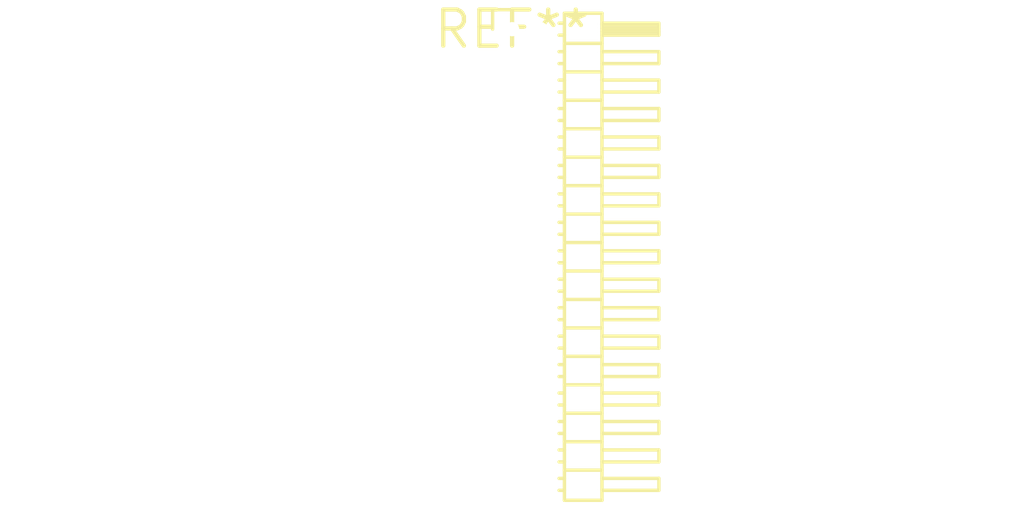
<source format=kicad_pcb>
(kicad_pcb (version 20240108) (generator pcbnew)
  (layers (0 "F.Cu" signal) (31 "B.Cu" signal) (34 "B.Paste" user) (35 "F.Paste" user) (36 "B.SilkS" user "B.Silkscreen") (37 "F.SilkS" user "F.Silkscreen") (38 "B.Mask" user) (39 "F.Mask" user) (44 "Edge.Cuts" user))
  (net 0 "")
  (footprint "PinHeader_2x17_P1.00mm_Horizontal" (layer "F.Cu") (at 0 0)
    (property "Reference" "REF**")
    (property "Value" "PinHeader_2x17_P1.00mm_Horizontal")
    (fp_line (start -0.685 -0.685) (end 0 -0.685) (layer "F.SilkS") (stroke (width 0.12)))
    (fp_line (start -0.685 0) (end -0.685 -0.685) (layer "F.SilkS") (stroke (width 0.12)))
    (fp_line (start 1.652016 -0.21) (end 1.84 -0.21) (layer "F.SilkS") (stroke (width 0.12)))
    (fp_line (start 1.652016 0.21) (end 1.84 0.21) (layer "F.SilkS") (stroke (width 0.12)))
    (fp_line (start 1.652016 0.79) (end 1.84 0.79) (layer "F.SilkS") (stroke (width 0.12)))
    (fp_line (start 1.652016 1.21) (end 1.84 1.21) (layer "F.SilkS") (stroke (width 0.12)))
    (fp_line (start 1.652016 1.79) (end 1.84 1.79) (layer "F.SilkS") (stroke (width 0.12)))
    (fp_line (start 1.652016 2.21) (end 1.84 2.21) (layer "F.SilkS") (stroke (width 0.12)))
    (fp_line (start 1.652016 2.79) (end 1.84 2.79) (layer "F.SilkS") (stroke (width 0.12)))
    (fp_line (start 1.652016 3.21) (end 1.84 3.21) (layer "F.SilkS") (stroke (width 0.12)))
    (fp_line (start 1.652016 3.79) (end 1.84 3.79) (layer "F.SilkS") (stroke (width 0.12)))
    (fp_line (start 1.652016 4.21) (end 1.84 4.21) (layer "F.SilkS") (stroke (width 0.12)))
    (fp_line (start 1.652016 4.79) (end 1.84 4.79) (layer "F.SilkS") (stroke (width 0.12)))
    (fp_line (start 1.652016 5.21) (end 1.84 5.21) (layer "F.SilkS") (stroke (width 0.12)))
    (fp_line (start 1.652016 5.79) (end 1.84 5.79) (layer "F.SilkS") (stroke (width 0.12)))
    (fp_line (start 1.652016 6.21) (end 1.84 6.21) (layer "F.SilkS") (stroke (width 0.12)))
    (fp_line (start 1.652016 6.79) (end 1.84 6.79) (layer "F.SilkS") (stroke (width 0.12)))
    (fp_line (start 1.652016 7.21) (end 1.84 7.21) (layer "F.SilkS") (stroke (width 0.12)))
    (fp_line (start 1.652016 7.79) (end 1.84 7.79) (layer "F.SilkS") (stroke (width 0.12)))
    (fp_line (start 1.652016 8.21) (end 1.84 8.21) (layer "F.SilkS") (stroke (width 0.12)))
    (fp_line (start 1.652016 8.79) (end 1.84 8.79) (layer "F.SilkS") (stroke (width 0.12)))
    (fp_line (start 1.652016 9.21) (end 1.84 9.21) (layer "F.SilkS") (stroke (width 0.12)))
    (fp_line (start 1.652016 9.79) (end 1.84 9.79) (layer "F.SilkS") (stroke (width 0.12)))
    (fp_line (start 1.652016 10.21) (end 1.84 10.21) (layer "F.SilkS") (stroke (width 0.12)))
    (fp_line (start 1.652016 10.79) (end 1.84 10.79) (layer "F.SilkS") (stroke (width 0.12)))
    (fp_line (start 1.652016 11.21) (end 1.84 11.21) (layer "F.SilkS") (stroke (width 0.12)))
    (fp_line (start 1.652016 11.79) (end 1.84 11.79) (layer "F.SilkS") (stroke (width 0.12)))
    (fp_line (start 1.652016 12.21) (end 1.84 12.21) (layer "F.SilkS") (stroke (width 0.12)))
    (fp_line (start 1.652016 12.79) (end 1.84 12.79) (layer "F.SilkS") (stroke (width 0.12)))
    (fp_line (start 1.652016 13.21) (end 1.84 13.21) (layer "F.SilkS") (stroke (width 0.12)))
    (fp_line (start 1.652016 13.79) (end 1.84 13.79) (layer "F.SilkS") (stroke (width 0.12)))
    (fp_line (start 1.652016 14.21) (end 1.84 14.21) (layer "F.SilkS") (stroke (width 0.12)))
    (fp_line (start 1.652016 14.79) (end 1.84 14.79) (layer "F.SilkS") (stroke (width 0.12)))
    (fp_line (start 1.652016 15.21) (end 1.84 15.21) (layer "F.SilkS") (stroke (width 0.12)))
    (fp_line (start 1.652016 15.79) (end 1.84 15.79) (layer "F.SilkS") (stroke (width 0.12)))
    (fp_line (start 1.652016 16.21) (end 1.84 16.21) (layer "F.SilkS") (stroke (width 0.12)))
    (fp_line (start 1.84 -0.56) (end 1.84 16.56) (layer "F.SilkS") (stroke (width 0.12)))
    (fp_line (start 1.84 0.5) (end 3.16 0.5) (layer "F.SilkS") (stroke (width 0.12)))
    (fp_line (start 1.84 1.5) (end 3.16 1.5) (layer "F.SilkS") (stroke (width 0.12)))
    (fp_line (start 1.84 2.5) (end 3.16 2.5) (layer "F.SilkS") (stroke (width 0.12)))
    (fp_line (start 1.84 3.5) (end 3.16 3.5) (layer "F.SilkS") (stroke (width 0.12)))
    (fp_line (start 1.84 4.5) (end 3.16 4.5) (layer "F.SilkS") (stroke (width 0.12)))
    (fp_line (start 1.84 5.5) (end 3.16 5.5) (layer "F.SilkS") (stroke (width 0.12)))
    (fp_line (start 1.84 6.5) (end 3.16 6.5) (layer "F.SilkS") (stroke (width 0.12)))
    (fp_line (start 1.84 7.5) (end 3.16 7.5) (layer "F.SilkS") (stroke (width 0.12)))
    (fp_line (start 1.84 8.5) (end 3.16 8.5) (layer "F.SilkS") (stroke (width 0.12)))
    (fp_line (start 1.84 9.5) (end 3.16 9.5) (layer "F.SilkS") (stroke (width 0.12)))
    (fp_line (start 1.84 10.5) (end 3.16 10.5) (layer "F.SilkS") (stroke (width 0.12)))
    (fp_line (start 1.84 11.5) (end 3.16 11.5) (layer "F.SilkS") (stroke (width 0.12)))
    (fp_line (start 1.84 12.5) (end 3.16 12.5) (layer "F.SilkS") (stroke (width 0.12)))
    (fp_line (start 1.84 13.5) (end 3.16 13.5) (layer "F.SilkS") (stroke (width 0.12)))
    (fp_line (start 1.84 14.5) (end 3.16 14.5) (layer "F.SilkS") (stroke (width 0.12)))
    (fp_line (start 1.84 15.5) (end 3.16 15.5) (layer "F.SilkS") (stroke (width 0.12)))
    (fp_line (start 1.84 16.56) (end 3.16 16.56) (layer "F.SilkS") (stroke (width 0.12)))
    (fp_line (start 3.16 -0.56) (end 1.84 -0.56) (layer "F.SilkS") (stroke (width 0.12)))
    (fp_line (start 3.16 -0.21) (end 5.16 -0.21) (layer "F.SilkS") (stroke (width 0.12)))
    (fp_line (start 3.16 -0.15) (end 5.16 -0.15) (layer "F.SilkS") (stroke (width 0.12)))
    (fp_line (start 3.16 -0.03) (end 5.16 -0.03) (layer "F.SilkS") (stroke (width 0.12)))
    (fp_line (start 3.16 0.09) (end 5.16 0.09) (layer "F.SilkS") (stroke (width 0.12)))
    (fp_line (start 3.16 0.79) (end 5.16 0.79) (layer "F.SilkS") (stroke (width 0.12)))
    (fp_line (start 3.16 1.79) (end 5.16 1.79) (layer "F.SilkS") (stroke (width 0.12)))
    (fp_line (start 3.16 2.79) (end 5.16 2.79) (layer "F.SilkS") (stroke (width 0.12)))
    (fp_line (start 3.16 3.79) (end 5.16 3.79) (layer "F.SilkS") (stroke (width 0.12)))
    (fp_line (start 3.16 4.79) (end 5.16 4.79) (layer "F.SilkS") (stroke (width 0.12)))
    (fp_line (start 3.16 5.79) (end 5.16 5.79) (layer "F.SilkS") (stroke (width 0.12)))
    (fp_line (start 3.16 6.79) (end 5.16 6.79) (layer "F.SilkS") (stroke (width 0.12)))
    (fp_line (start 3.16 7.79) (end 5.16 7.79) (layer "F.SilkS") (stroke (width 0.12)))
    (fp_line (start 3.16 8.79) (end 5.16 8.79) (layer "F.SilkS") (stroke (width 0.12)))
    (fp_line (start 3.16 9.79) (end 5.16 9.79) (layer "F.SilkS") (stroke (width 0.12)))
    (fp_line (start 3.16 10.79) (end 5.16 10.79) (layer "F.SilkS") (stroke (width 0.12)))
    (fp_line (start 3.16 11.79) (end 5.16 11.79) (layer "F.SilkS") (stroke (width 0.12)))
    (fp_line (start 3.16 12.79) (end 5.16 12.79) (layer "F.SilkS") (stroke (width 0.12)))
    (fp_line (start 3.16 13.79) (end 5.16 13.79) (layer "F.SilkS") (stroke (width 0.12)))
    (fp_line (start 3.16 14.79) (end 5.16 14.79) (layer "F.SilkS") (stroke (width 0.12)))
    (fp_line (start 3.16 15.79) (end 5.16 15.79) (layer "F.SilkS") (stroke (width 0.12)))
    (fp_line (start 3.16 16.56) (end 3.16 -0.56) (layer "F.SilkS") (stroke (width 0.12)))
    (fp_line (start 5.16 -0.21) (end 5.16 0.21) (layer "F.SilkS") (stroke (width 0.12)))
    (fp_line (start 5.16 0.21) (end 3.16 0.21) (layer "F.SilkS") (stroke (width 0.12)))
    (fp_line (start 5.16 0.79) (end 5.16 1.21) (layer "F.SilkS") (stroke (width 0.12)))
    (fp_line (start 5.16 1.21) (end 3.16 1.21) (layer "F.SilkS") (stroke (width 0.12)))
    (fp_line (start 5.16 1.79) (end 5.16 2.21) (layer "F.SilkS") (stroke (width 0.12)))
    (fp_line (start 5.16 2.21) (end 3.16 2.21) (layer "F.SilkS") (stroke (width 0.12)))
    (fp_line (start 5.16 2.79) (end 5.16 3.21) (layer "F.SilkS") (stroke (width 0.12)))
    (fp_line (start 5.16 3.21) (end 3.16 3.21) (layer "F.SilkS") (stroke (width 0.12)))
    (fp_line (start 5.16 3.79) (end 5.16 4.21) (layer "F.SilkS") (stroke (width 0.12)))
    (fp_line (start 5.16 4.21) (end 3.16 4.21) (layer "F.SilkS") (stroke (width 0.12)))
    (fp_line (start 5.16 4.79) (end 5.16 5.21) (layer "F.SilkS") (stroke (width 0.12)))
    (fp_line (start 5.16 5.21) (end 3.16 5.21) (layer "F.SilkS") (stroke (width 0.12)))
    (fp_line (start 5.16 5.79) (end 5.16 6.21) (layer "F.SilkS") (stroke (width 0.12)))
    (fp_line (start 5.16 6.21) (end 3.16 6.21) (layer "F.SilkS") (stroke (width 0.12)))
    (fp_line (start 5.16 6.79) (end 5.16 7.21) (layer "F.SilkS") (stroke (width 0.12)))
    (fp_line (start 5.16 7.21) (end 3.16 7.21) (layer "F.SilkS") (stroke (width 0.12)))
    (fp_line (start 5.16 7.79) (end 5.16 8.21) (layer "F.SilkS") (stroke (width 0.12)))
    (fp_line (start 5.16 8.21) (end 3.16 8.21) (layer "F.SilkS") (stroke (width 0.12)))
    (fp_line (start 5.16 8.79) (end 5.16 9.21) (layer "F.SilkS") (stroke (width 0.12)))
    (fp_line (start 5.16 9.21) (end 3.16 9.21) (layer "F.SilkS") (stroke (width 0.12)))
    (fp_line (start 5.16 9.79) (end 5.16 10.21) (layer "F.SilkS") (stroke (width 0.12)))
    (fp_line (start 5.16 10.21) (end 3.16 10.21) (layer "F.SilkS") (stroke (width 0.12)))
    (fp_line (start 5.16 10.79) (end 5.16 11.21) (layer "F.SilkS") (stroke (width 0.12)))
    (fp_line (start 5.16 11.21) (end 3.16 11.21) (layer "F.SilkS") (stroke (width 0.12)))
    (fp_line (start 5.16 11.79) (end 5.16 12.21) (layer "F.SilkS") (stroke (width 0.12)))
    (fp_line (start 5.16 12.21) (end 3.16 12.21) (layer "F.SilkS") (stroke (width 0.12)))
    (fp_line (start 5.16 12.79) (end 5.16 13.21) (layer "F.SilkS") (stroke (width 0.12)))
    (fp_line (start 5.16 13.21) (end 3.16 13.21) (layer "F.SilkS") (stroke (width 0.12)))
    (fp_line (start 5.16 13.79) (end 5.16 14.21) (layer "F.SilkS") (stroke (width 0.12)))
    (fp_line (start 5.16 14.21) (end 3.16 14.21) (layer "F.SilkS") (stroke (width 0.12)))
    (fp_line (start 5.16 14.79) (end 5.16 15.21) (layer "F.SilkS") (stroke (width 0.12)))
    (fp_line (start 5.16 15.21) (end 3.16 15.21) (layer "F.SilkS") (stroke (width 0.12)))
    (fp_line (start 5.16 15.79) (end 5.16 16.21) (layer "F.SilkS") (stroke (width 0.12)))
    (fp_line (start 5.16 16.21) (end 3.16 16.21) (layer "F.SilkS") (stroke (width 0.12)))
    (pad "1" thru_hole rect (at 0 0) (size 0.85 0.85) (drill 0.5) (layers *.Cu *.Mask) (remove_unused_layers))
    (pad "2" thru_hole oval (at 1 0) (size 0.85 0.85) (drill 0.5) (layers *.Cu *.Mask) (remove_unused_layers))
    (pad "3" thru_hole oval (at 0 1) (size 0.85 0.85) (drill 0.5) (layers *.Cu *.Mask) (remove_unused_layers))
    (pad "4" thru_hole oval (at 1 1) (size 0.85 0.85) (drill 0.5) (layers *.Cu *.Mask) (remove_unused_layers))
    (pad "5" thru_hole oval (at 0 2) (size 0.85 0.85) (drill 0.5) (layers *.Cu *.Mask) (remove_unused_layers))
    (pad "6" thru_hole oval (at 1 2) (size 0.85 0.85) (drill 0.5) (layers *.Cu *.Mask) (remove_unused_layers))
    (pad "7" thru_hole oval (at 0 3) (size 0.85 0.85) (drill 0.5) (layers *.Cu *.Mask) (remove_unused_layers))
    (pad "8" thru_hole oval (at 1 3) (size 0.85 0.85) (drill 0.5) (layers *.Cu *.Mask) (remove_unused_layers))
    (pad "9" thru_hole oval (at 0 4) (size 0.85 0.85) (drill 0.5) (layers *.Cu *.Mask) (remove_unused_layers))
    (pad "10" thru_hole oval (at 1 4) (size 0.85 0.85) (drill 0.5) (layers *.Cu *.Mask) (remove_unused_layers))
    (pad "11" thru_hole oval (at 0 5) (size 0.85 0.85) (drill 0.5) (layers *.Cu *.Mask) (remove_unused_layers))
    (pad "12" thru_hole oval (at 1 5) (size 0.85 0.85) (drill 0.5) (layers *.Cu *.Mask) (remove_unused_layers))
    (pad "13" thru_hole oval (at 0 6) (size 0.85 0.85) (drill 0.5) (layers *.Cu *.Mask) (remove_unused_layers))
    (pad "14" thru_hole oval (at 1 6) (size 0.85 0.85) (drill 0.5) (layers *.Cu *.Mask) (remove_unused_layers))
    (pad "15" thru_hole oval (at 0 7) (size 0.85 0.85) (drill 0.5) (layers *.Cu *.Mask) (remove_unused_layers))
    (pad "16" thru_hole oval (at 1 7) (size 0.85 0.85) (drill 0.5) (layers *.Cu *.Mask) (remove_unused_layers))
    (pad "17" thru_hole oval (at 0 8) (size 0.85 0.85) (drill 0.5) (layers *.Cu *.Mask) (remove_unused_layers))
    (pad "18" thru_hole oval (at 1 8) (size 0.85 0.85) (drill 0.5) (layers *.Cu *.Mask) (remove_unused_layers))
    (pad "19" thru_hole oval (at 0 9) (size 0.85 0.85) (drill 0.5) (layers *.Cu *.Mask) (remove_unused_layers))
    (pad "20" thru_hole oval (at 1 9) (size 0.85 0.85) (drill 0.5) (layers *.Cu *.Mask) (remove_unused_layers))
    (pad "21" thru_hole oval (at 0 10) (size 0.85 0.85) (drill 0.5) (layers *.Cu *.Mask) (remove_unused_layers))
    (pad "22" thru_hole oval (at 1 10) (size 0.85 0.85) (drill 0.5) (layers *.Cu *.Mask) (remove_unused_layers))
    (pad "23" thru_hole oval (at 0 11) (size 0.85 0.85) (drill 0.5) (layers *.Cu *.Mask) (remove_unused_layers))
    (pad "24" thru_hole oval (at 1 11) (size 0.85 0.85) (drill 0.5) (layers *.Cu *.Mask) (remove_unused_layers))
    (pad "25" thru_hole oval (at 0 12) (size 0.85 0.85) (drill 0.5) (layers *.Cu *.Mask) (remove_unused_layers))
    (pad "26" thru_hole oval (at 1 12) (size 0.85 0.85) (drill 0.5) (layers *.Cu *.Mask) (remove_unused_layers))
    (pad "27" thru_hole oval (at 0 13) (size 0.85 0.85) (drill 0.5) (layers *.Cu *.Mask) (remove_unused_layers))
    (pad "28" thru_hole oval (at 1 13) (size 0.85 0.85) (drill 0.5) (layers *.Cu *.Mask) (remove_unused_layers))
    (pad "29" thru_hole oval (at 0 14) (size 0.85 0.85) (drill 0.5) (layers *.Cu *.Mask) (remove_unused_layers))
    (pad "30" thru_hole oval (at 1 14) (size 0.85 0.85) (drill 0.5) (layers *.Cu *.Mask) (remove_unused_layers))
    (pad "31" thru_hole oval (at 0 15) (size 0.85 0.85) (drill 0.5) (layers *.Cu *.Mask) (remove_unused_layers))
    (pad "32" thru_hole oval (at 1 15) (size 0.85 0.85) (drill 0.5) (layers *.Cu *.Mask) (remove_unused_layers))
    (pad "33" thru_hole oval (at 0 16) (size 0.85 0.85) (drill 0.5) (layers *.Cu *.Mask) (remove_unused_layers))
    (pad "34" thru_hole oval (at 1 16) (size 0.85 0.85) (drill 0.5) (layers *.Cu *.Mask) (remove_unused_layers))
  )
)
</source>
